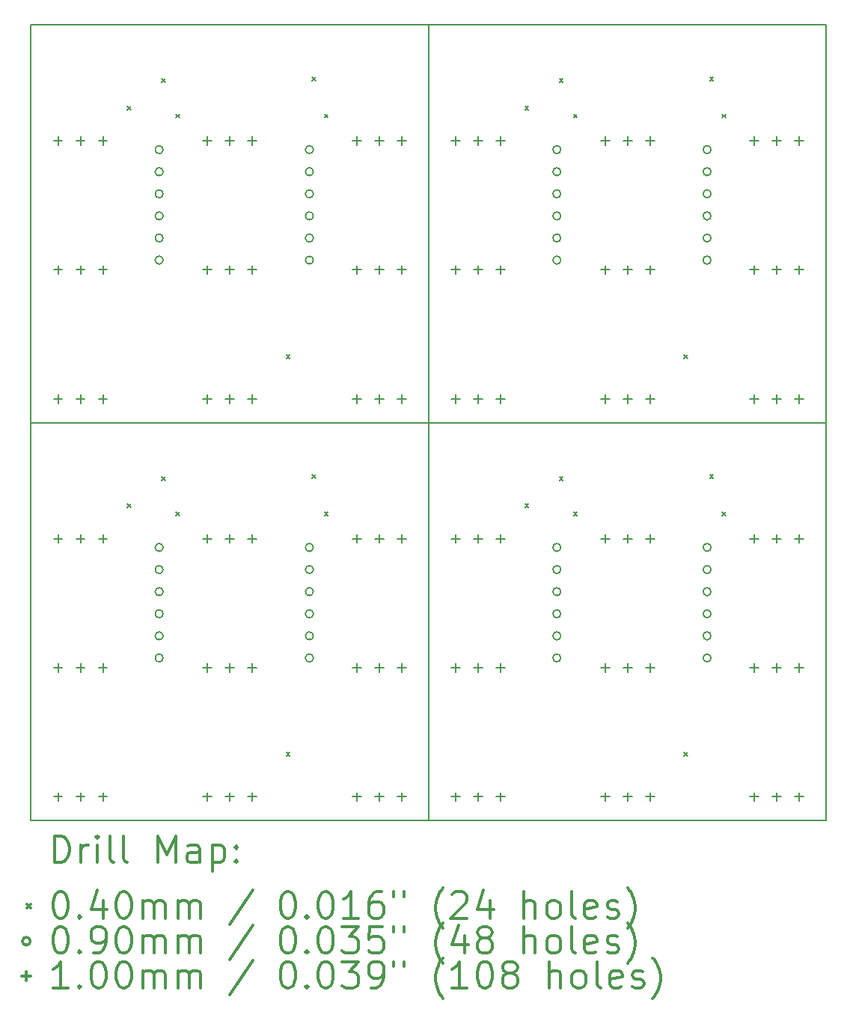
<source format=gbr>
%FSLAX45Y45*%
G04 Gerber Fmt 4.5, Leading zero omitted, Abs format (unit mm)*
G04 Created by KiCad (PCBNEW 4.0.2-stable) date 12/4/2017 4:29:13 PM*
%MOMM*%
G01*
G04 APERTURE LIST*
%ADD10C,0.127000*%
%ADD11C,0.150000*%
%ADD12C,0.200000*%
%ADD13C,0.300000*%
G04 APERTURE END LIST*
D10*
D11*
X14500000Y-10000000D02*
X14500000Y-14500000D01*
X14500000Y-14500000D02*
X10000000Y-14500000D01*
X10000000Y-10000000D02*
X10000000Y-14500000D01*
X14500000Y-10000000D02*
X14500000Y-14500000D01*
X14500000Y-10000000D02*
X19000000Y-10000000D01*
X19000000Y-10000000D02*
X19000000Y-14500000D01*
X19000000Y-14500000D02*
X14500000Y-14500000D01*
X10000000Y-10000000D02*
X14500000Y-10000000D01*
X14500000Y-5500000D02*
X19000000Y-5500000D01*
X19000000Y-10000000D02*
X14500000Y-10000000D01*
X14500000Y-5500000D02*
X14500000Y-10000000D01*
X19000000Y-5500000D02*
X19000000Y-10000000D01*
X10000000Y-5500000D02*
X10000000Y-10000000D01*
X14500000Y-10000000D02*
X10000000Y-10000000D01*
X14500000Y-5500000D02*
X14500000Y-10000000D01*
X10000000Y-5500000D02*
X14500000Y-5500000D01*
D12*
X11090000Y-6420000D02*
X11130000Y-6460000D01*
X11130000Y-6420000D02*
X11090000Y-6460000D01*
X11090000Y-10920000D02*
X11130000Y-10960000D01*
X11130000Y-10920000D02*
X11090000Y-10960000D01*
X11480000Y-6110000D02*
X11520000Y-6150000D01*
X11520000Y-6110000D02*
X11480000Y-6150000D01*
X11480000Y-10610000D02*
X11520000Y-10650000D01*
X11520000Y-10610000D02*
X11480000Y-10650000D01*
X11640000Y-6510000D02*
X11680000Y-6550000D01*
X11680000Y-6510000D02*
X11640000Y-6550000D01*
X11640000Y-11010000D02*
X11680000Y-11050000D01*
X11680000Y-11010000D02*
X11640000Y-11050000D01*
X12890000Y-9230000D02*
X12930000Y-9270000D01*
X12930000Y-9230000D02*
X12890000Y-9270000D01*
X12890000Y-13730000D02*
X12930000Y-13770000D01*
X12930000Y-13730000D02*
X12890000Y-13770000D01*
X13180000Y-6090000D02*
X13220000Y-6130000D01*
X13220000Y-6090000D02*
X13180000Y-6130000D01*
X13180000Y-10590000D02*
X13220000Y-10630000D01*
X13220000Y-10590000D02*
X13180000Y-10630000D01*
X13320000Y-6510000D02*
X13360000Y-6550000D01*
X13360000Y-6510000D02*
X13320000Y-6550000D01*
X13320000Y-11010000D02*
X13360000Y-11050000D01*
X13360000Y-11010000D02*
X13320000Y-11050000D01*
X15590000Y-6420000D02*
X15630000Y-6460000D01*
X15630000Y-6420000D02*
X15590000Y-6460000D01*
X15590000Y-10920000D02*
X15630000Y-10960000D01*
X15630000Y-10920000D02*
X15590000Y-10960000D01*
X15980000Y-6110000D02*
X16020000Y-6150000D01*
X16020000Y-6110000D02*
X15980000Y-6150000D01*
X15980000Y-10610000D02*
X16020000Y-10650000D01*
X16020000Y-10610000D02*
X15980000Y-10650000D01*
X16140000Y-6510000D02*
X16180000Y-6550000D01*
X16180000Y-6510000D02*
X16140000Y-6550000D01*
X16140000Y-11010000D02*
X16180000Y-11050000D01*
X16180000Y-11010000D02*
X16140000Y-11050000D01*
X17390000Y-9230000D02*
X17430000Y-9270000D01*
X17430000Y-9230000D02*
X17390000Y-9270000D01*
X17390000Y-13730000D02*
X17430000Y-13770000D01*
X17430000Y-13730000D02*
X17390000Y-13770000D01*
X17680000Y-6090000D02*
X17720000Y-6130000D01*
X17720000Y-6090000D02*
X17680000Y-6130000D01*
X17680000Y-10590000D02*
X17720000Y-10630000D01*
X17720000Y-10590000D02*
X17680000Y-10630000D01*
X17820000Y-6510000D02*
X17860000Y-6550000D01*
X17860000Y-6510000D02*
X17820000Y-6550000D01*
X17820000Y-11010000D02*
X17860000Y-11050000D01*
X17860000Y-11010000D02*
X17820000Y-11050000D01*
X11495000Y-6910000D02*
G75*
G03X11495000Y-6910000I-45000J0D01*
G01*
X11495000Y-7160000D02*
G75*
G03X11495000Y-7160000I-45000J0D01*
G01*
X11495000Y-7410000D02*
G75*
G03X11495000Y-7410000I-45000J0D01*
G01*
X11495000Y-7660000D02*
G75*
G03X11495000Y-7660000I-45000J0D01*
G01*
X11495000Y-7910000D02*
G75*
G03X11495000Y-7910000I-45000J0D01*
G01*
X11495000Y-8160000D02*
G75*
G03X11495000Y-8160000I-45000J0D01*
G01*
X11495000Y-11410000D02*
G75*
G03X11495000Y-11410000I-45000J0D01*
G01*
X11495000Y-11660000D02*
G75*
G03X11495000Y-11660000I-45000J0D01*
G01*
X11495000Y-11910000D02*
G75*
G03X11495000Y-11910000I-45000J0D01*
G01*
X11495000Y-12160000D02*
G75*
G03X11495000Y-12160000I-45000J0D01*
G01*
X11495000Y-12410000D02*
G75*
G03X11495000Y-12410000I-45000J0D01*
G01*
X11495000Y-12660000D02*
G75*
G03X11495000Y-12660000I-45000J0D01*
G01*
X13195000Y-6910000D02*
G75*
G03X13195000Y-6910000I-45000J0D01*
G01*
X13195000Y-7160000D02*
G75*
G03X13195000Y-7160000I-45000J0D01*
G01*
X13195000Y-7410000D02*
G75*
G03X13195000Y-7410000I-45000J0D01*
G01*
X13195000Y-7660000D02*
G75*
G03X13195000Y-7660000I-45000J0D01*
G01*
X13195000Y-7910000D02*
G75*
G03X13195000Y-7910000I-45000J0D01*
G01*
X13195000Y-8160000D02*
G75*
G03X13195000Y-8160000I-45000J0D01*
G01*
X13195000Y-11410000D02*
G75*
G03X13195000Y-11410000I-45000J0D01*
G01*
X13195000Y-11660000D02*
G75*
G03X13195000Y-11660000I-45000J0D01*
G01*
X13195000Y-11910000D02*
G75*
G03X13195000Y-11910000I-45000J0D01*
G01*
X13195000Y-12160000D02*
G75*
G03X13195000Y-12160000I-45000J0D01*
G01*
X13195000Y-12410000D02*
G75*
G03X13195000Y-12410000I-45000J0D01*
G01*
X13195000Y-12660000D02*
G75*
G03X13195000Y-12660000I-45000J0D01*
G01*
X15995000Y-6910000D02*
G75*
G03X15995000Y-6910000I-45000J0D01*
G01*
X15995000Y-7160000D02*
G75*
G03X15995000Y-7160000I-45000J0D01*
G01*
X15995000Y-7410000D02*
G75*
G03X15995000Y-7410000I-45000J0D01*
G01*
X15995000Y-7660000D02*
G75*
G03X15995000Y-7660000I-45000J0D01*
G01*
X15995000Y-7910000D02*
G75*
G03X15995000Y-7910000I-45000J0D01*
G01*
X15995000Y-8160000D02*
G75*
G03X15995000Y-8160000I-45000J0D01*
G01*
X15995000Y-11410000D02*
G75*
G03X15995000Y-11410000I-45000J0D01*
G01*
X15995000Y-11660000D02*
G75*
G03X15995000Y-11660000I-45000J0D01*
G01*
X15995000Y-11910000D02*
G75*
G03X15995000Y-11910000I-45000J0D01*
G01*
X15995000Y-12160000D02*
G75*
G03X15995000Y-12160000I-45000J0D01*
G01*
X15995000Y-12410000D02*
G75*
G03X15995000Y-12410000I-45000J0D01*
G01*
X15995000Y-12660000D02*
G75*
G03X15995000Y-12660000I-45000J0D01*
G01*
X17695000Y-6910000D02*
G75*
G03X17695000Y-6910000I-45000J0D01*
G01*
X17695000Y-7160000D02*
G75*
G03X17695000Y-7160000I-45000J0D01*
G01*
X17695000Y-7410000D02*
G75*
G03X17695000Y-7410000I-45000J0D01*
G01*
X17695000Y-7660000D02*
G75*
G03X17695000Y-7660000I-45000J0D01*
G01*
X17695000Y-7910000D02*
G75*
G03X17695000Y-7910000I-45000J0D01*
G01*
X17695000Y-8160000D02*
G75*
G03X17695000Y-8160000I-45000J0D01*
G01*
X17695000Y-11410000D02*
G75*
G03X17695000Y-11410000I-45000J0D01*
G01*
X17695000Y-11660000D02*
G75*
G03X17695000Y-11660000I-45000J0D01*
G01*
X17695000Y-11910000D02*
G75*
G03X17695000Y-11910000I-45000J0D01*
G01*
X17695000Y-12160000D02*
G75*
G03X17695000Y-12160000I-45000J0D01*
G01*
X17695000Y-12410000D02*
G75*
G03X17695000Y-12410000I-45000J0D01*
G01*
X17695000Y-12660000D02*
G75*
G03X17695000Y-12660000I-45000J0D01*
G01*
X10306000Y-6760000D02*
X10306000Y-6860000D01*
X10256000Y-6810000D02*
X10356000Y-6810000D01*
X10306000Y-8220000D02*
X10306000Y-8320000D01*
X10256000Y-8270000D02*
X10356000Y-8270000D01*
X10306000Y-9680000D02*
X10306000Y-9780000D01*
X10256000Y-9730000D02*
X10356000Y-9730000D01*
X10306000Y-11260000D02*
X10306000Y-11360000D01*
X10256000Y-11310000D02*
X10356000Y-11310000D01*
X10306000Y-12720000D02*
X10306000Y-12820000D01*
X10256000Y-12770000D02*
X10356000Y-12770000D01*
X10306000Y-14180000D02*
X10306000Y-14280000D01*
X10256000Y-14230000D02*
X10356000Y-14230000D01*
X10560000Y-6760000D02*
X10560000Y-6860000D01*
X10510000Y-6810000D02*
X10610000Y-6810000D01*
X10560000Y-8220000D02*
X10560000Y-8320000D01*
X10510000Y-8270000D02*
X10610000Y-8270000D01*
X10560000Y-9680000D02*
X10560000Y-9780000D01*
X10510000Y-9730000D02*
X10610000Y-9730000D01*
X10560000Y-11260000D02*
X10560000Y-11360000D01*
X10510000Y-11310000D02*
X10610000Y-11310000D01*
X10560000Y-12720000D02*
X10560000Y-12820000D01*
X10510000Y-12770000D02*
X10610000Y-12770000D01*
X10560000Y-14180000D02*
X10560000Y-14280000D01*
X10510000Y-14230000D02*
X10610000Y-14230000D01*
X10814000Y-6760000D02*
X10814000Y-6860000D01*
X10764000Y-6810000D02*
X10864000Y-6810000D01*
X10814000Y-8220000D02*
X10814000Y-8320000D01*
X10764000Y-8270000D02*
X10864000Y-8270000D01*
X10814000Y-9680000D02*
X10814000Y-9780000D01*
X10764000Y-9730000D02*
X10864000Y-9730000D01*
X10814000Y-11260000D02*
X10814000Y-11360000D01*
X10764000Y-11310000D02*
X10864000Y-11310000D01*
X10814000Y-12720000D02*
X10814000Y-12820000D01*
X10764000Y-12770000D02*
X10864000Y-12770000D01*
X10814000Y-14180000D02*
X10814000Y-14280000D01*
X10764000Y-14230000D02*
X10864000Y-14230000D01*
X11996000Y-6760000D02*
X11996000Y-6860000D01*
X11946000Y-6810000D02*
X12046000Y-6810000D01*
X11996000Y-8220000D02*
X11996000Y-8320000D01*
X11946000Y-8270000D02*
X12046000Y-8270000D01*
X11996000Y-9680000D02*
X11996000Y-9780000D01*
X11946000Y-9730000D02*
X12046000Y-9730000D01*
X11996000Y-11260000D02*
X11996000Y-11360000D01*
X11946000Y-11310000D02*
X12046000Y-11310000D01*
X11996000Y-12720000D02*
X11996000Y-12820000D01*
X11946000Y-12770000D02*
X12046000Y-12770000D01*
X11996000Y-14180000D02*
X11996000Y-14280000D01*
X11946000Y-14230000D02*
X12046000Y-14230000D01*
X12250000Y-6760000D02*
X12250000Y-6860000D01*
X12200000Y-6810000D02*
X12300000Y-6810000D01*
X12250000Y-8220000D02*
X12250000Y-8320000D01*
X12200000Y-8270000D02*
X12300000Y-8270000D01*
X12250000Y-9680000D02*
X12250000Y-9780000D01*
X12200000Y-9730000D02*
X12300000Y-9730000D01*
X12250000Y-11260000D02*
X12250000Y-11360000D01*
X12200000Y-11310000D02*
X12300000Y-11310000D01*
X12250000Y-12720000D02*
X12250000Y-12820000D01*
X12200000Y-12770000D02*
X12300000Y-12770000D01*
X12250000Y-14180000D02*
X12250000Y-14280000D01*
X12200000Y-14230000D02*
X12300000Y-14230000D01*
X12504000Y-6760000D02*
X12504000Y-6860000D01*
X12454000Y-6810000D02*
X12554000Y-6810000D01*
X12504000Y-8220000D02*
X12504000Y-8320000D01*
X12454000Y-8270000D02*
X12554000Y-8270000D01*
X12504000Y-9680000D02*
X12504000Y-9780000D01*
X12454000Y-9730000D02*
X12554000Y-9730000D01*
X12504000Y-11260000D02*
X12504000Y-11360000D01*
X12454000Y-11310000D02*
X12554000Y-11310000D01*
X12504000Y-12720000D02*
X12504000Y-12820000D01*
X12454000Y-12770000D02*
X12554000Y-12770000D01*
X12504000Y-14180000D02*
X12504000Y-14280000D01*
X12454000Y-14230000D02*
X12554000Y-14230000D01*
X13686000Y-6760000D02*
X13686000Y-6860000D01*
X13636000Y-6810000D02*
X13736000Y-6810000D01*
X13686000Y-8220000D02*
X13686000Y-8320000D01*
X13636000Y-8270000D02*
X13736000Y-8270000D01*
X13686000Y-9680000D02*
X13686000Y-9780000D01*
X13636000Y-9730000D02*
X13736000Y-9730000D01*
X13686000Y-11260000D02*
X13686000Y-11360000D01*
X13636000Y-11310000D02*
X13736000Y-11310000D01*
X13686000Y-12720000D02*
X13686000Y-12820000D01*
X13636000Y-12770000D02*
X13736000Y-12770000D01*
X13686000Y-14180000D02*
X13686000Y-14280000D01*
X13636000Y-14230000D02*
X13736000Y-14230000D01*
X13940000Y-6760000D02*
X13940000Y-6860000D01*
X13890000Y-6810000D02*
X13990000Y-6810000D01*
X13940000Y-8220000D02*
X13940000Y-8320000D01*
X13890000Y-8270000D02*
X13990000Y-8270000D01*
X13940000Y-9680000D02*
X13940000Y-9780000D01*
X13890000Y-9730000D02*
X13990000Y-9730000D01*
X13940000Y-11260000D02*
X13940000Y-11360000D01*
X13890000Y-11310000D02*
X13990000Y-11310000D01*
X13940000Y-12720000D02*
X13940000Y-12820000D01*
X13890000Y-12770000D02*
X13990000Y-12770000D01*
X13940000Y-14180000D02*
X13940000Y-14280000D01*
X13890000Y-14230000D02*
X13990000Y-14230000D01*
X14194000Y-6760000D02*
X14194000Y-6860000D01*
X14144000Y-6810000D02*
X14244000Y-6810000D01*
X14194000Y-8220000D02*
X14194000Y-8320000D01*
X14144000Y-8270000D02*
X14244000Y-8270000D01*
X14194000Y-9680000D02*
X14194000Y-9780000D01*
X14144000Y-9730000D02*
X14244000Y-9730000D01*
X14194000Y-11260000D02*
X14194000Y-11360000D01*
X14144000Y-11310000D02*
X14244000Y-11310000D01*
X14194000Y-12720000D02*
X14194000Y-12820000D01*
X14144000Y-12770000D02*
X14244000Y-12770000D01*
X14194000Y-14180000D02*
X14194000Y-14280000D01*
X14144000Y-14230000D02*
X14244000Y-14230000D01*
X14806000Y-6760000D02*
X14806000Y-6860000D01*
X14756000Y-6810000D02*
X14856000Y-6810000D01*
X14806000Y-8220000D02*
X14806000Y-8320000D01*
X14756000Y-8270000D02*
X14856000Y-8270000D01*
X14806000Y-9680000D02*
X14806000Y-9780000D01*
X14756000Y-9730000D02*
X14856000Y-9730000D01*
X14806000Y-11260000D02*
X14806000Y-11360000D01*
X14756000Y-11310000D02*
X14856000Y-11310000D01*
X14806000Y-12720000D02*
X14806000Y-12820000D01*
X14756000Y-12770000D02*
X14856000Y-12770000D01*
X14806000Y-14180000D02*
X14806000Y-14280000D01*
X14756000Y-14230000D02*
X14856000Y-14230000D01*
X15060000Y-6760000D02*
X15060000Y-6860000D01*
X15010000Y-6810000D02*
X15110000Y-6810000D01*
X15060000Y-8220000D02*
X15060000Y-8320000D01*
X15010000Y-8270000D02*
X15110000Y-8270000D01*
X15060000Y-9680000D02*
X15060000Y-9780000D01*
X15010000Y-9730000D02*
X15110000Y-9730000D01*
X15060000Y-11260000D02*
X15060000Y-11360000D01*
X15010000Y-11310000D02*
X15110000Y-11310000D01*
X15060000Y-12720000D02*
X15060000Y-12820000D01*
X15010000Y-12770000D02*
X15110000Y-12770000D01*
X15060000Y-14180000D02*
X15060000Y-14280000D01*
X15010000Y-14230000D02*
X15110000Y-14230000D01*
X15314000Y-6760000D02*
X15314000Y-6860000D01*
X15264000Y-6810000D02*
X15364000Y-6810000D01*
X15314000Y-8220000D02*
X15314000Y-8320000D01*
X15264000Y-8270000D02*
X15364000Y-8270000D01*
X15314000Y-9680000D02*
X15314000Y-9780000D01*
X15264000Y-9730000D02*
X15364000Y-9730000D01*
X15314000Y-11260000D02*
X15314000Y-11360000D01*
X15264000Y-11310000D02*
X15364000Y-11310000D01*
X15314000Y-12720000D02*
X15314000Y-12820000D01*
X15264000Y-12770000D02*
X15364000Y-12770000D01*
X15314000Y-14180000D02*
X15314000Y-14280000D01*
X15264000Y-14230000D02*
X15364000Y-14230000D01*
X16496000Y-6760000D02*
X16496000Y-6860000D01*
X16446000Y-6810000D02*
X16546000Y-6810000D01*
X16496000Y-8220000D02*
X16496000Y-8320000D01*
X16446000Y-8270000D02*
X16546000Y-8270000D01*
X16496000Y-9680000D02*
X16496000Y-9780000D01*
X16446000Y-9730000D02*
X16546000Y-9730000D01*
X16496000Y-11260000D02*
X16496000Y-11360000D01*
X16446000Y-11310000D02*
X16546000Y-11310000D01*
X16496000Y-12720000D02*
X16496000Y-12820000D01*
X16446000Y-12770000D02*
X16546000Y-12770000D01*
X16496000Y-14180000D02*
X16496000Y-14280000D01*
X16446000Y-14230000D02*
X16546000Y-14230000D01*
X16750000Y-6760000D02*
X16750000Y-6860000D01*
X16700000Y-6810000D02*
X16800000Y-6810000D01*
X16750000Y-8220000D02*
X16750000Y-8320000D01*
X16700000Y-8270000D02*
X16800000Y-8270000D01*
X16750000Y-9680000D02*
X16750000Y-9780000D01*
X16700000Y-9730000D02*
X16800000Y-9730000D01*
X16750000Y-11260000D02*
X16750000Y-11360000D01*
X16700000Y-11310000D02*
X16800000Y-11310000D01*
X16750000Y-12720000D02*
X16750000Y-12820000D01*
X16700000Y-12770000D02*
X16800000Y-12770000D01*
X16750000Y-14180000D02*
X16750000Y-14280000D01*
X16700000Y-14230000D02*
X16800000Y-14230000D01*
X17004000Y-6760000D02*
X17004000Y-6860000D01*
X16954000Y-6810000D02*
X17054000Y-6810000D01*
X17004000Y-8220000D02*
X17004000Y-8320000D01*
X16954000Y-8270000D02*
X17054000Y-8270000D01*
X17004000Y-9680000D02*
X17004000Y-9780000D01*
X16954000Y-9730000D02*
X17054000Y-9730000D01*
X17004000Y-11260000D02*
X17004000Y-11360000D01*
X16954000Y-11310000D02*
X17054000Y-11310000D01*
X17004000Y-12720000D02*
X17004000Y-12820000D01*
X16954000Y-12770000D02*
X17054000Y-12770000D01*
X17004000Y-14180000D02*
X17004000Y-14280000D01*
X16954000Y-14230000D02*
X17054000Y-14230000D01*
X18186000Y-6760000D02*
X18186000Y-6860000D01*
X18136000Y-6810000D02*
X18236000Y-6810000D01*
X18186000Y-8220000D02*
X18186000Y-8320000D01*
X18136000Y-8270000D02*
X18236000Y-8270000D01*
X18186000Y-9680000D02*
X18186000Y-9780000D01*
X18136000Y-9730000D02*
X18236000Y-9730000D01*
X18186000Y-11260000D02*
X18186000Y-11360000D01*
X18136000Y-11310000D02*
X18236000Y-11310000D01*
X18186000Y-12720000D02*
X18186000Y-12820000D01*
X18136000Y-12770000D02*
X18236000Y-12770000D01*
X18186000Y-14180000D02*
X18186000Y-14280000D01*
X18136000Y-14230000D02*
X18236000Y-14230000D01*
X18440000Y-6760000D02*
X18440000Y-6860000D01*
X18390000Y-6810000D02*
X18490000Y-6810000D01*
X18440000Y-8220000D02*
X18440000Y-8320000D01*
X18390000Y-8270000D02*
X18490000Y-8270000D01*
X18440000Y-9680000D02*
X18440000Y-9780000D01*
X18390000Y-9730000D02*
X18490000Y-9730000D01*
X18440000Y-11260000D02*
X18440000Y-11360000D01*
X18390000Y-11310000D02*
X18490000Y-11310000D01*
X18440000Y-12720000D02*
X18440000Y-12820000D01*
X18390000Y-12770000D02*
X18490000Y-12770000D01*
X18440000Y-14180000D02*
X18440000Y-14280000D01*
X18390000Y-14230000D02*
X18490000Y-14230000D01*
X18694000Y-6760000D02*
X18694000Y-6860000D01*
X18644000Y-6810000D02*
X18744000Y-6810000D01*
X18694000Y-8220000D02*
X18694000Y-8320000D01*
X18644000Y-8270000D02*
X18744000Y-8270000D01*
X18694000Y-9680000D02*
X18694000Y-9780000D01*
X18644000Y-9730000D02*
X18744000Y-9730000D01*
X18694000Y-11260000D02*
X18694000Y-11360000D01*
X18644000Y-11310000D02*
X18744000Y-11310000D01*
X18694000Y-12720000D02*
X18694000Y-12820000D01*
X18644000Y-12770000D02*
X18744000Y-12770000D01*
X18694000Y-14180000D02*
X18694000Y-14280000D01*
X18644000Y-14230000D02*
X18744000Y-14230000D01*
D13*
X10263929Y-14973214D02*
X10263929Y-14673214D01*
X10335357Y-14673214D01*
X10378214Y-14687500D01*
X10406786Y-14716071D01*
X10421071Y-14744643D01*
X10435357Y-14801786D01*
X10435357Y-14844643D01*
X10421071Y-14901786D01*
X10406786Y-14930357D01*
X10378214Y-14958929D01*
X10335357Y-14973214D01*
X10263929Y-14973214D01*
X10563929Y-14973214D02*
X10563929Y-14773214D01*
X10563929Y-14830357D02*
X10578214Y-14801786D01*
X10592500Y-14787500D01*
X10621071Y-14773214D01*
X10649643Y-14773214D01*
X10749643Y-14973214D02*
X10749643Y-14773214D01*
X10749643Y-14673214D02*
X10735357Y-14687500D01*
X10749643Y-14701786D01*
X10763929Y-14687500D01*
X10749643Y-14673214D01*
X10749643Y-14701786D01*
X10935357Y-14973214D02*
X10906786Y-14958929D01*
X10892500Y-14930357D01*
X10892500Y-14673214D01*
X11092500Y-14973214D02*
X11063929Y-14958929D01*
X11049643Y-14930357D01*
X11049643Y-14673214D01*
X11435357Y-14973214D02*
X11435357Y-14673214D01*
X11535357Y-14887500D01*
X11635357Y-14673214D01*
X11635357Y-14973214D01*
X11906786Y-14973214D02*
X11906786Y-14816071D01*
X11892500Y-14787500D01*
X11863928Y-14773214D01*
X11806786Y-14773214D01*
X11778214Y-14787500D01*
X11906786Y-14958929D02*
X11878214Y-14973214D01*
X11806786Y-14973214D01*
X11778214Y-14958929D01*
X11763928Y-14930357D01*
X11763928Y-14901786D01*
X11778214Y-14873214D01*
X11806786Y-14858929D01*
X11878214Y-14858929D01*
X11906786Y-14844643D01*
X12049643Y-14773214D02*
X12049643Y-15073214D01*
X12049643Y-14787500D02*
X12078214Y-14773214D01*
X12135357Y-14773214D01*
X12163928Y-14787500D01*
X12178214Y-14801786D01*
X12192500Y-14830357D01*
X12192500Y-14916071D01*
X12178214Y-14944643D01*
X12163928Y-14958929D01*
X12135357Y-14973214D01*
X12078214Y-14973214D01*
X12049643Y-14958929D01*
X12321071Y-14944643D02*
X12335357Y-14958929D01*
X12321071Y-14973214D01*
X12306786Y-14958929D01*
X12321071Y-14944643D01*
X12321071Y-14973214D01*
X12321071Y-14787500D02*
X12335357Y-14801786D01*
X12321071Y-14816071D01*
X12306786Y-14801786D01*
X12321071Y-14787500D01*
X12321071Y-14816071D01*
X9952500Y-15447500D02*
X9992500Y-15487500D01*
X9992500Y-15447500D02*
X9952500Y-15487500D01*
X10321071Y-15303214D02*
X10349643Y-15303214D01*
X10378214Y-15317500D01*
X10392500Y-15331786D01*
X10406786Y-15360357D01*
X10421071Y-15417500D01*
X10421071Y-15488929D01*
X10406786Y-15546071D01*
X10392500Y-15574643D01*
X10378214Y-15588929D01*
X10349643Y-15603214D01*
X10321071Y-15603214D01*
X10292500Y-15588929D01*
X10278214Y-15574643D01*
X10263929Y-15546071D01*
X10249643Y-15488929D01*
X10249643Y-15417500D01*
X10263929Y-15360357D01*
X10278214Y-15331786D01*
X10292500Y-15317500D01*
X10321071Y-15303214D01*
X10549643Y-15574643D02*
X10563929Y-15588929D01*
X10549643Y-15603214D01*
X10535357Y-15588929D01*
X10549643Y-15574643D01*
X10549643Y-15603214D01*
X10821071Y-15403214D02*
X10821071Y-15603214D01*
X10749643Y-15288929D02*
X10678214Y-15503214D01*
X10863928Y-15503214D01*
X11035357Y-15303214D02*
X11063929Y-15303214D01*
X11092500Y-15317500D01*
X11106786Y-15331786D01*
X11121071Y-15360357D01*
X11135357Y-15417500D01*
X11135357Y-15488929D01*
X11121071Y-15546071D01*
X11106786Y-15574643D01*
X11092500Y-15588929D01*
X11063929Y-15603214D01*
X11035357Y-15603214D01*
X11006786Y-15588929D01*
X10992500Y-15574643D01*
X10978214Y-15546071D01*
X10963929Y-15488929D01*
X10963929Y-15417500D01*
X10978214Y-15360357D01*
X10992500Y-15331786D01*
X11006786Y-15317500D01*
X11035357Y-15303214D01*
X11263928Y-15603214D02*
X11263928Y-15403214D01*
X11263928Y-15431786D02*
X11278214Y-15417500D01*
X11306786Y-15403214D01*
X11349643Y-15403214D01*
X11378214Y-15417500D01*
X11392500Y-15446071D01*
X11392500Y-15603214D01*
X11392500Y-15446071D02*
X11406786Y-15417500D01*
X11435357Y-15403214D01*
X11478214Y-15403214D01*
X11506786Y-15417500D01*
X11521071Y-15446071D01*
X11521071Y-15603214D01*
X11663928Y-15603214D02*
X11663928Y-15403214D01*
X11663928Y-15431786D02*
X11678214Y-15417500D01*
X11706786Y-15403214D01*
X11749643Y-15403214D01*
X11778214Y-15417500D01*
X11792500Y-15446071D01*
X11792500Y-15603214D01*
X11792500Y-15446071D02*
X11806786Y-15417500D01*
X11835357Y-15403214D01*
X11878214Y-15403214D01*
X11906786Y-15417500D01*
X11921071Y-15446071D01*
X11921071Y-15603214D01*
X12506786Y-15288929D02*
X12249643Y-15674643D01*
X12892500Y-15303214D02*
X12921071Y-15303214D01*
X12949643Y-15317500D01*
X12963928Y-15331786D01*
X12978214Y-15360357D01*
X12992500Y-15417500D01*
X12992500Y-15488929D01*
X12978214Y-15546071D01*
X12963928Y-15574643D01*
X12949643Y-15588929D01*
X12921071Y-15603214D01*
X12892500Y-15603214D01*
X12863928Y-15588929D01*
X12849643Y-15574643D01*
X12835357Y-15546071D01*
X12821071Y-15488929D01*
X12821071Y-15417500D01*
X12835357Y-15360357D01*
X12849643Y-15331786D01*
X12863928Y-15317500D01*
X12892500Y-15303214D01*
X13121071Y-15574643D02*
X13135357Y-15588929D01*
X13121071Y-15603214D01*
X13106786Y-15588929D01*
X13121071Y-15574643D01*
X13121071Y-15603214D01*
X13321071Y-15303214D02*
X13349643Y-15303214D01*
X13378214Y-15317500D01*
X13392500Y-15331786D01*
X13406785Y-15360357D01*
X13421071Y-15417500D01*
X13421071Y-15488929D01*
X13406785Y-15546071D01*
X13392500Y-15574643D01*
X13378214Y-15588929D01*
X13349643Y-15603214D01*
X13321071Y-15603214D01*
X13292500Y-15588929D01*
X13278214Y-15574643D01*
X13263928Y-15546071D01*
X13249643Y-15488929D01*
X13249643Y-15417500D01*
X13263928Y-15360357D01*
X13278214Y-15331786D01*
X13292500Y-15317500D01*
X13321071Y-15303214D01*
X13706785Y-15603214D02*
X13535357Y-15603214D01*
X13621071Y-15603214D02*
X13621071Y-15303214D01*
X13592500Y-15346071D01*
X13563928Y-15374643D01*
X13535357Y-15388929D01*
X13963928Y-15303214D02*
X13906785Y-15303214D01*
X13878214Y-15317500D01*
X13863928Y-15331786D01*
X13835357Y-15374643D01*
X13821071Y-15431786D01*
X13821071Y-15546071D01*
X13835357Y-15574643D01*
X13849643Y-15588929D01*
X13878214Y-15603214D01*
X13935357Y-15603214D01*
X13963928Y-15588929D01*
X13978214Y-15574643D01*
X13992500Y-15546071D01*
X13992500Y-15474643D01*
X13978214Y-15446071D01*
X13963928Y-15431786D01*
X13935357Y-15417500D01*
X13878214Y-15417500D01*
X13849643Y-15431786D01*
X13835357Y-15446071D01*
X13821071Y-15474643D01*
X14106786Y-15303214D02*
X14106786Y-15360357D01*
X14221071Y-15303214D02*
X14221071Y-15360357D01*
X14663928Y-15717500D02*
X14649643Y-15703214D01*
X14621071Y-15660357D01*
X14606785Y-15631786D01*
X14592500Y-15588929D01*
X14578214Y-15517500D01*
X14578214Y-15460357D01*
X14592500Y-15388929D01*
X14606785Y-15346071D01*
X14621071Y-15317500D01*
X14649643Y-15274643D01*
X14663928Y-15260357D01*
X14763928Y-15331786D02*
X14778214Y-15317500D01*
X14806785Y-15303214D01*
X14878214Y-15303214D01*
X14906785Y-15317500D01*
X14921071Y-15331786D01*
X14935357Y-15360357D01*
X14935357Y-15388929D01*
X14921071Y-15431786D01*
X14749643Y-15603214D01*
X14935357Y-15603214D01*
X15192500Y-15403214D02*
X15192500Y-15603214D01*
X15121071Y-15288929D02*
X15049643Y-15503214D01*
X15235357Y-15503214D01*
X15578214Y-15603214D02*
X15578214Y-15303214D01*
X15706785Y-15603214D02*
X15706785Y-15446071D01*
X15692500Y-15417500D01*
X15663928Y-15403214D01*
X15621071Y-15403214D01*
X15592500Y-15417500D01*
X15578214Y-15431786D01*
X15892500Y-15603214D02*
X15863928Y-15588929D01*
X15849643Y-15574643D01*
X15835357Y-15546071D01*
X15835357Y-15460357D01*
X15849643Y-15431786D01*
X15863928Y-15417500D01*
X15892500Y-15403214D01*
X15935357Y-15403214D01*
X15963928Y-15417500D01*
X15978214Y-15431786D01*
X15992500Y-15460357D01*
X15992500Y-15546071D01*
X15978214Y-15574643D01*
X15963928Y-15588929D01*
X15935357Y-15603214D01*
X15892500Y-15603214D01*
X16163928Y-15603214D02*
X16135357Y-15588929D01*
X16121071Y-15560357D01*
X16121071Y-15303214D01*
X16392500Y-15588929D02*
X16363928Y-15603214D01*
X16306786Y-15603214D01*
X16278214Y-15588929D01*
X16263928Y-15560357D01*
X16263928Y-15446071D01*
X16278214Y-15417500D01*
X16306786Y-15403214D01*
X16363928Y-15403214D01*
X16392500Y-15417500D01*
X16406786Y-15446071D01*
X16406786Y-15474643D01*
X16263928Y-15503214D01*
X16521071Y-15588929D02*
X16549643Y-15603214D01*
X16606786Y-15603214D01*
X16635357Y-15588929D01*
X16649643Y-15560357D01*
X16649643Y-15546071D01*
X16635357Y-15517500D01*
X16606786Y-15503214D01*
X16563928Y-15503214D01*
X16535357Y-15488929D01*
X16521071Y-15460357D01*
X16521071Y-15446071D01*
X16535357Y-15417500D01*
X16563928Y-15403214D01*
X16606786Y-15403214D01*
X16635357Y-15417500D01*
X16749643Y-15717500D02*
X16763928Y-15703214D01*
X16792500Y-15660357D01*
X16806786Y-15631786D01*
X16821071Y-15588929D01*
X16835357Y-15517500D01*
X16835357Y-15460357D01*
X16821071Y-15388929D01*
X16806786Y-15346071D01*
X16792500Y-15317500D01*
X16763928Y-15274643D01*
X16749643Y-15260357D01*
X9992500Y-15863500D02*
G75*
G03X9992500Y-15863500I-45000J0D01*
G01*
X10321071Y-15699214D02*
X10349643Y-15699214D01*
X10378214Y-15713500D01*
X10392500Y-15727786D01*
X10406786Y-15756357D01*
X10421071Y-15813500D01*
X10421071Y-15884929D01*
X10406786Y-15942071D01*
X10392500Y-15970643D01*
X10378214Y-15984929D01*
X10349643Y-15999214D01*
X10321071Y-15999214D01*
X10292500Y-15984929D01*
X10278214Y-15970643D01*
X10263929Y-15942071D01*
X10249643Y-15884929D01*
X10249643Y-15813500D01*
X10263929Y-15756357D01*
X10278214Y-15727786D01*
X10292500Y-15713500D01*
X10321071Y-15699214D01*
X10549643Y-15970643D02*
X10563929Y-15984929D01*
X10549643Y-15999214D01*
X10535357Y-15984929D01*
X10549643Y-15970643D01*
X10549643Y-15999214D01*
X10706786Y-15999214D02*
X10763928Y-15999214D01*
X10792500Y-15984929D01*
X10806786Y-15970643D01*
X10835357Y-15927786D01*
X10849643Y-15870643D01*
X10849643Y-15756357D01*
X10835357Y-15727786D01*
X10821071Y-15713500D01*
X10792500Y-15699214D01*
X10735357Y-15699214D01*
X10706786Y-15713500D01*
X10692500Y-15727786D01*
X10678214Y-15756357D01*
X10678214Y-15827786D01*
X10692500Y-15856357D01*
X10706786Y-15870643D01*
X10735357Y-15884929D01*
X10792500Y-15884929D01*
X10821071Y-15870643D01*
X10835357Y-15856357D01*
X10849643Y-15827786D01*
X11035357Y-15699214D02*
X11063929Y-15699214D01*
X11092500Y-15713500D01*
X11106786Y-15727786D01*
X11121071Y-15756357D01*
X11135357Y-15813500D01*
X11135357Y-15884929D01*
X11121071Y-15942071D01*
X11106786Y-15970643D01*
X11092500Y-15984929D01*
X11063929Y-15999214D01*
X11035357Y-15999214D01*
X11006786Y-15984929D01*
X10992500Y-15970643D01*
X10978214Y-15942071D01*
X10963929Y-15884929D01*
X10963929Y-15813500D01*
X10978214Y-15756357D01*
X10992500Y-15727786D01*
X11006786Y-15713500D01*
X11035357Y-15699214D01*
X11263928Y-15999214D02*
X11263928Y-15799214D01*
X11263928Y-15827786D02*
X11278214Y-15813500D01*
X11306786Y-15799214D01*
X11349643Y-15799214D01*
X11378214Y-15813500D01*
X11392500Y-15842071D01*
X11392500Y-15999214D01*
X11392500Y-15842071D02*
X11406786Y-15813500D01*
X11435357Y-15799214D01*
X11478214Y-15799214D01*
X11506786Y-15813500D01*
X11521071Y-15842071D01*
X11521071Y-15999214D01*
X11663928Y-15999214D02*
X11663928Y-15799214D01*
X11663928Y-15827786D02*
X11678214Y-15813500D01*
X11706786Y-15799214D01*
X11749643Y-15799214D01*
X11778214Y-15813500D01*
X11792500Y-15842071D01*
X11792500Y-15999214D01*
X11792500Y-15842071D02*
X11806786Y-15813500D01*
X11835357Y-15799214D01*
X11878214Y-15799214D01*
X11906786Y-15813500D01*
X11921071Y-15842071D01*
X11921071Y-15999214D01*
X12506786Y-15684929D02*
X12249643Y-16070643D01*
X12892500Y-15699214D02*
X12921071Y-15699214D01*
X12949643Y-15713500D01*
X12963928Y-15727786D01*
X12978214Y-15756357D01*
X12992500Y-15813500D01*
X12992500Y-15884929D01*
X12978214Y-15942071D01*
X12963928Y-15970643D01*
X12949643Y-15984929D01*
X12921071Y-15999214D01*
X12892500Y-15999214D01*
X12863928Y-15984929D01*
X12849643Y-15970643D01*
X12835357Y-15942071D01*
X12821071Y-15884929D01*
X12821071Y-15813500D01*
X12835357Y-15756357D01*
X12849643Y-15727786D01*
X12863928Y-15713500D01*
X12892500Y-15699214D01*
X13121071Y-15970643D02*
X13135357Y-15984929D01*
X13121071Y-15999214D01*
X13106786Y-15984929D01*
X13121071Y-15970643D01*
X13121071Y-15999214D01*
X13321071Y-15699214D02*
X13349643Y-15699214D01*
X13378214Y-15713500D01*
X13392500Y-15727786D01*
X13406785Y-15756357D01*
X13421071Y-15813500D01*
X13421071Y-15884929D01*
X13406785Y-15942071D01*
X13392500Y-15970643D01*
X13378214Y-15984929D01*
X13349643Y-15999214D01*
X13321071Y-15999214D01*
X13292500Y-15984929D01*
X13278214Y-15970643D01*
X13263928Y-15942071D01*
X13249643Y-15884929D01*
X13249643Y-15813500D01*
X13263928Y-15756357D01*
X13278214Y-15727786D01*
X13292500Y-15713500D01*
X13321071Y-15699214D01*
X13521071Y-15699214D02*
X13706785Y-15699214D01*
X13606785Y-15813500D01*
X13649643Y-15813500D01*
X13678214Y-15827786D01*
X13692500Y-15842071D01*
X13706785Y-15870643D01*
X13706785Y-15942071D01*
X13692500Y-15970643D01*
X13678214Y-15984929D01*
X13649643Y-15999214D01*
X13563928Y-15999214D01*
X13535357Y-15984929D01*
X13521071Y-15970643D01*
X13978214Y-15699214D02*
X13835357Y-15699214D01*
X13821071Y-15842071D01*
X13835357Y-15827786D01*
X13863928Y-15813500D01*
X13935357Y-15813500D01*
X13963928Y-15827786D01*
X13978214Y-15842071D01*
X13992500Y-15870643D01*
X13992500Y-15942071D01*
X13978214Y-15970643D01*
X13963928Y-15984929D01*
X13935357Y-15999214D01*
X13863928Y-15999214D01*
X13835357Y-15984929D01*
X13821071Y-15970643D01*
X14106786Y-15699214D02*
X14106786Y-15756357D01*
X14221071Y-15699214D02*
X14221071Y-15756357D01*
X14663928Y-16113500D02*
X14649643Y-16099214D01*
X14621071Y-16056357D01*
X14606785Y-16027786D01*
X14592500Y-15984929D01*
X14578214Y-15913500D01*
X14578214Y-15856357D01*
X14592500Y-15784929D01*
X14606785Y-15742071D01*
X14621071Y-15713500D01*
X14649643Y-15670643D01*
X14663928Y-15656357D01*
X14906785Y-15799214D02*
X14906785Y-15999214D01*
X14835357Y-15684929D02*
X14763928Y-15899214D01*
X14949643Y-15899214D01*
X15106785Y-15827786D02*
X15078214Y-15813500D01*
X15063928Y-15799214D01*
X15049643Y-15770643D01*
X15049643Y-15756357D01*
X15063928Y-15727786D01*
X15078214Y-15713500D01*
X15106785Y-15699214D01*
X15163928Y-15699214D01*
X15192500Y-15713500D01*
X15206785Y-15727786D01*
X15221071Y-15756357D01*
X15221071Y-15770643D01*
X15206785Y-15799214D01*
X15192500Y-15813500D01*
X15163928Y-15827786D01*
X15106785Y-15827786D01*
X15078214Y-15842071D01*
X15063928Y-15856357D01*
X15049643Y-15884929D01*
X15049643Y-15942071D01*
X15063928Y-15970643D01*
X15078214Y-15984929D01*
X15106785Y-15999214D01*
X15163928Y-15999214D01*
X15192500Y-15984929D01*
X15206785Y-15970643D01*
X15221071Y-15942071D01*
X15221071Y-15884929D01*
X15206785Y-15856357D01*
X15192500Y-15842071D01*
X15163928Y-15827786D01*
X15578214Y-15999214D02*
X15578214Y-15699214D01*
X15706785Y-15999214D02*
X15706785Y-15842071D01*
X15692500Y-15813500D01*
X15663928Y-15799214D01*
X15621071Y-15799214D01*
X15592500Y-15813500D01*
X15578214Y-15827786D01*
X15892500Y-15999214D02*
X15863928Y-15984929D01*
X15849643Y-15970643D01*
X15835357Y-15942071D01*
X15835357Y-15856357D01*
X15849643Y-15827786D01*
X15863928Y-15813500D01*
X15892500Y-15799214D01*
X15935357Y-15799214D01*
X15963928Y-15813500D01*
X15978214Y-15827786D01*
X15992500Y-15856357D01*
X15992500Y-15942071D01*
X15978214Y-15970643D01*
X15963928Y-15984929D01*
X15935357Y-15999214D01*
X15892500Y-15999214D01*
X16163928Y-15999214D02*
X16135357Y-15984929D01*
X16121071Y-15956357D01*
X16121071Y-15699214D01*
X16392500Y-15984929D02*
X16363928Y-15999214D01*
X16306786Y-15999214D01*
X16278214Y-15984929D01*
X16263928Y-15956357D01*
X16263928Y-15842071D01*
X16278214Y-15813500D01*
X16306786Y-15799214D01*
X16363928Y-15799214D01*
X16392500Y-15813500D01*
X16406786Y-15842071D01*
X16406786Y-15870643D01*
X16263928Y-15899214D01*
X16521071Y-15984929D02*
X16549643Y-15999214D01*
X16606786Y-15999214D01*
X16635357Y-15984929D01*
X16649643Y-15956357D01*
X16649643Y-15942071D01*
X16635357Y-15913500D01*
X16606786Y-15899214D01*
X16563928Y-15899214D01*
X16535357Y-15884929D01*
X16521071Y-15856357D01*
X16521071Y-15842071D01*
X16535357Y-15813500D01*
X16563928Y-15799214D01*
X16606786Y-15799214D01*
X16635357Y-15813500D01*
X16749643Y-16113500D02*
X16763928Y-16099214D01*
X16792500Y-16056357D01*
X16806786Y-16027786D01*
X16821071Y-15984929D01*
X16835357Y-15913500D01*
X16835357Y-15856357D01*
X16821071Y-15784929D01*
X16806786Y-15742071D01*
X16792500Y-15713500D01*
X16763928Y-15670643D01*
X16749643Y-15656357D01*
X9942500Y-16209500D02*
X9942500Y-16309500D01*
X9892500Y-16259500D02*
X9992500Y-16259500D01*
X10421071Y-16395214D02*
X10249643Y-16395214D01*
X10335357Y-16395214D02*
X10335357Y-16095214D01*
X10306786Y-16138071D01*
X10278214Y-16166643D01*
X10249643Y-16180929D01*
X10549643Y-16366643D02*
X10563929Y-16380929D01*
X10549643Y-16395214D01*
X10535357Y-16380929D01*
X10549643Y-16366643D01*
X10549643Y-16395214D01*
X10749643Y-16095214D02*
X10778214Y-16095214D01*
X10806786Y-16109500D01*
X10821071Y-16123786D01*
X10835357Y-16152357D01*
X10849643Y-16209500D01*
X10849643Y-16280929D01*
X10835357Y-16338071D01*
X10821071Y-16366643D01*
X10806786Y-16380929D01*
X10778214Y-16395214D01*
X10749643Y-16395214D01*
X10721071Y-16380929D01*
X10706786Y-16366643D01*
X10692500Y-16338071D01*
X10678214Y-16280929D01*
X10678214Y-16209500D01*
X10692500Y-16152357D01*
X10706786Y-16123786D01*
X10721071Y-16109500D01*
X10749643Y-16095214D01*
X11035357Y-16095214D02*
X11063929Y-16095214D01*
X11092500Y-16109500D01*
X11106786Y-16123786D01*
X11121071Y-16152357D01*
X11135357Y-16209500D01*
X11135357Y-16280929D01*
X11121071Y-16338071D01*
X11106786Y-16366643D01*
X11092500Y-16380929D01*
X11063929Y-16395214D01*
X11035357Y-16395214D01*
X11006786Y-16380929D01*
X10992500Y-16366643D01*
X10978214Y-16338071D01*
X10963929Y-16280929D01*
X10963929Y-16209500D01*
X10978214Y-16152357D01*
X10992500Y-16123786D01*
X11006786Y-16109500D01*
X11035357Y-16095214D01*
X11263928Y-16395214D02*
X11263928Y-16195214D01*
X11263928Y-16223786D02*
X11278214Y-16209500D01*
X11306786Y-16195214D01*
X11349643Y-16195214D01*
X11378214Y-16209500D01*
X11392500Y-16238071D01*
X11392500Y-16395214D01*
X11392500Y-16238071D02*
X11406786Y-16209500D01*
X11435357Y-16195214D01*
X11478214Y-16195214D01*
X11506786Y-16209500D01*
X11521071Y-16238071D01*
X11521071Y-16395214D01*
X11663928Y-16395214D02*
X11663928Y-16195214D01*
X11663928Y-16223786D02*
X11678214Y-16209500D01*
X11706786Y-16195214D01*
X11749643Y-16195214D01*
X11778214Y-16209500D01*
X11792500Y-16238071D01*
X11792500Y-16395214D01*
X11792500Y-16238071D02*
X11806786Y-16209500D01*
X11835357Y-16195214D01*
X11878214Y-16195214D01*
X11906786Y-16209500D01*
X11921071Y-16238071D01*
X11921071Y-16395214D01*
X12506786Y-16080929D02*
X12249643Y-16466643D01*
X12892500Y-16095214D02*
X12921071Y-16095214D01*
X12949643Y-16109500D01*
X12963928Y-16123786D01*
X12978214Y-16152357D01*
X12992500Y-16209500D01*
X12992500Y-16280929D01*
X12978214Y-16338071D01*
X12963928Y-16366643D01*
X12949643Y-16380929D01*
X12921071Y-16395214D01*
X12892500Y-16395214D01*
X12863928Y-16380929D01*
X12849643Y-16366643D01*
X12835357Y-16338071D01*
X12821071Y-16280929D01*
X12821071Y-16209500D01*
X12835357Y-16152357D01*
X12849643Y-16123786D01*
X12863928Y-16109500D01*
X12892500Y-16095214D01*
X13121071Y-16366643D02*
X13135357Y-16380929D01*
X13121071Y-16395214D01*
X13106786Y-16380929D01*
X13121071Y-16366643D01*
X13121071Y-16395214D01*
X13321071Y-16095214D02*
X13349643Y-16095214D01*
X13378214Y-16109500D01*
X13392500Y-16123786D01*
X13406785Y-16152357D01*
X13421071Y-16209500D01*
X13421071Y-16280929D01*
X13406785Y-16338071D01*
X13392500Y-16366643D01*
X13378214Y-16380929D01*
X13349643Y-16395214D01*
X13321071Y-16395214D01*
X13292500Y-16380929D01*
X13278214Y-16366643D01*
X13263928Y-16338071D01*
X13249643Y-16280929D01*
X13249643Y-16209500D01*
X13263928Y-16152357D01*
X13278214Y-16123786D01*
X13292500Y-16109500D01*
X13321071Y-16095214D01*
X13521071Y-16095214D02*
X13706785Y-16095214D01*
X13606785Y-16209500D01*
X13649643Y-16209500D01*
X13678214Y-16223786D01*
X13692500Y-16238071D01*
X13706785Y-16266643D01*
X13706785Y-16338071D01*
X13692500Y-16366643D01*
X13678214Y-16380929D01*
X13649643Y-16395214D01*
X13563928Y-16395214D01*
X13535357Y-16380929D01*
X13521071Y-16366643D01*
X13849643Y-16395214D02*
X13906785Y-16395214D01*
X13935357Y-16380929D01*
X13949643Y-16366643D01*
X13978214Y-16323786D01*
X13992500Y-16266643D01*
X13992500Y-16152357D01*
X13978214Y-16123786D01*
X13963928Y-16109500D01*
X13935357Y-16095214D01*
X13878214Y-16095214D01*
X13849643Y-16109500D01*
X13835357Y-16123786D01*
X13821071Y-16152357D01*
X13821071Y-16223786D01*
X13835357Y-16252357D01*
X13849643Y-16266643D01*
X13878214Y-16280929D01*
X13935357Y-16280929D01*
X13963928Y-16266643D01*
X13978214Y-16252357D01*
X13992500Y-16223786D01*
X14106786Y-16095214D02*
X14106786Y-16152357D01*
X14221071Y-16095214D02*
X14221071Y-16152357D01*
X14663928Y-16509500D02*
X14649643Y-16495214D01*
X14621071Y-16452357D01*
X14606785Y-16423786D01*
X14592500Y-16380929D01*
X14578214Y-16309500D01*
X14578214Y-16252357D01*
X14592500Y-16180929D01*
X14606785Y-16138071D01*
X14621071Y-16109500D01*
X14649643Y-16066643D01*
X14663928Y-16052357D01*
X14935357Y-16395214D02*
X14763928Y-16395214D01*
X14849643Y-16395214D02*
X14849643Y-16095214D01*
X14821071Y-16138071D01*
X14792500Y-16166643D01*
X14763928Y-16180929D01*
X15121071Y-16095214D02*
X15149643Y-16095214D01*
X15178214Y-16109500D01*
X15192500Y-16123786D01*
X15206785Y-16152357D01*
X15221071Y-16209500D01*
X15221071Y-16280929D01*
X15206785Y-16338071D01*
X15192500Y-16366643D01*
X15178214Y-16380929D01*
X15149643Y-16395214D01*
X15121071Y-16395214D01*
X15092500Y-16380929D01*
X15078214Y-16366643D01*
X15063928Y-16338071D01*
X15049643Y-16280929D01*
X15049643Y-16209500D01*
X15063928Y-16152357D01*
X15078214Y-16123786D01*
X15092500Y-16109500D01*
X15121071Y-16095214D01*
X15392500Y-16223786D02*
X15363928Y-16209500D01*
X15349643Y-16195214D01*
X15335357Y-16166643D01*
X15335357Y-16152357D01*
X15349643Y-16123786D01*
X15363928Y-16109500D01*
X15392500Y-16095214D01*
X15449643Y-16095214D01*
X15478214Y-16109500D01*
X15492500Y-16123786D01*
X15506785Y-16152357D01*
X15506785Y-16166643D01*
X15492500Y-16195214D01*
X15478214Y-16209500D01*
X15449643Y-16223786D01*
X15392500Y-16223786D01*
X15363928Y-16238071D01*
X15349643Y-16252357D01*
X15335357Y-16280929D01*
X15335357Y-16338071D01*
X15349643Y-16366643D01*
X15363928Y-16380929D01*
X15392500Y-16395214D01*
X15449643Y-16395214D01*
X15478214Y-16380929D01*
X15492500Y-16366643D01*
X15506785Y-16338071D01*
X15506785Y-16280929D01*
X15492500Y-16252357D01*
X15478214Y-16238071D01*
X15449643Y-16223786D01*
X15863928Y-16395214D02*
X15863928Y-16095214D01*
X15992500Y-16395214D02*
X15992500Y-16238071D01*
X15978214Y-16209500D01*
X15949643Y-16195214D01*
X15906785Y-16195214D01*
X15878214Y-16209500D01*
X15863928Y-16223786D01*
X16178214Y-16395214D02*
X16149643Y-16380929D01*
X16135357Y-16366643D01*
X16121071Y-16338071D01*
X16121071Y-16252357D01*
X16135357Y-16223786D01*
X16149643Y-16209500D01*
X16178214Y-16195214D01*
X16221071Y-16195214D01*
X16249643Y-16209500D01*
X16263928Y-16223786D01*
X16278214Y-16252357D01*
X16278214Y-16338071D01*
X16263928Y-16366643D01*
X16249643Y-16380929D01*
X16221071Y-16395214D01*
X16178214Y-16395214D01*
X16449643Y-16395214D02*
X16421071Y-16380929D01*
X16406786Y-16352357D01*
X16406786Y-16095214D01*
X16678214Y-16380929D02*
X16649643Y-16395214D01*
X16592500Y-16395214D01*
X16563928Y-16380929D01*
X16549643Y-16352357D01*
X16549643Y-16238071D01*
X16563928Y-16209500D01*
X16592500Y-16195214D01*
X16649643Y-16195214D01*
X16678214Y-16209500D01*
X16692500Y-16238071D01*
X16692500Y-16266643D01*
X16549643Y-16295214D01*
X16806786Y-16380929D02*
X16835357Y-16395214D01*
X16892500Y-16395214D01*
X16921071Y-16380929D01*
X16935357Y-16352357D01*
X16935357Y-16338071D01*
X16921071Y-16309500D01*
X16892500Y-16295214D01*
X16849643Y-16295214D01*
X16821071Y-16280929D01*
X16806786Y-16252357D01*
X16806786Y-16238071D01*
X16821071Y-16209500D01*
X16849643Y-16195214D01*
X16892500Y-16195214D01*
X16921071Y-16209500D01*
X17035357Y-16509500D02*
X17049643Y-16495214D01*
X17078214Y-16452357D01*
X17092500Y-16423786D01*
X17106786Y-16380929D01*
X17121071Y-16309500D01*
X17121071Y-16252357D01*
X17106786Y-16180929D01*
X17092500Y-16138071D01*
X17078214Y-16109500D01*
X17049643Y-16066643D01*
X17035357Y-16052357D01*
M02*

</source>
